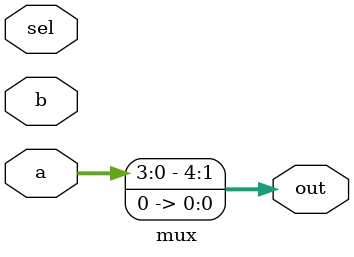
<source format=v>
module mux( 
input [4:0] a, b,
input sel,
output [4:0] out );
// When sel=0, assign a to out. 
// When sel=1, assign b to out.
// out[4] is carry across
// out[0] is zero
assign out[0] = 0;
// out[7:5] and out[4:1] are selector bits for what to do.
assign out[4:1] = {sel, a[4], a[3], a[2], a[1], a[0]};
assign out[5] = 0;
endmodule

</source>
